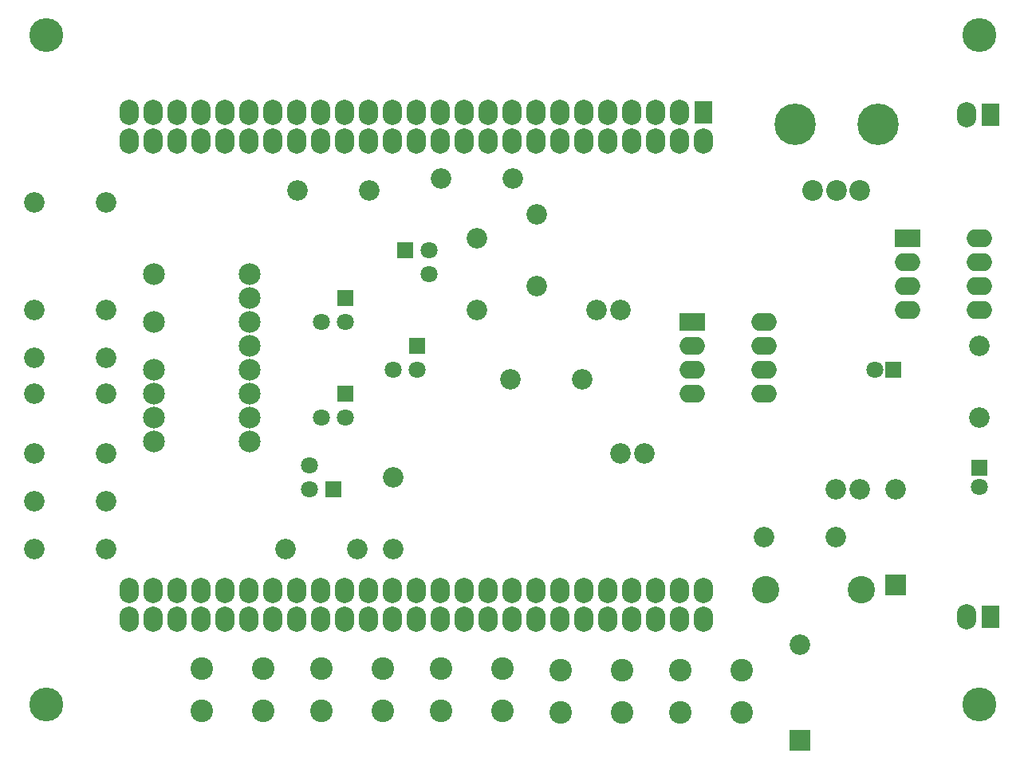
<source format=gbr>
G04 #@! TF.FileFunction,Soldermask,Bot*
%FSLAX46Y46*%
G04 Gerber Fmt 4.6, Leading zero omitted, Abs format (unit mm)*
G04 Created by KiCad (PCBNEW 4.0.7) date 07/04/18 13:56:47*
%MOMM*%
%LPD*%
G01*
G04 APERTURE LIST*
%ADD10C,0.100000*%
%ADD11C,2.899360*%
%ADD12R,2.686000X1.924000*%
%ADD13O,2.686000X1.924000*%
%ADD14C,2.178000*%
%ADD15R,1.924000X2.432000*%
%ADD16O,2.051000X2.686000*%
%ADD17C,1.797000*%
%ADD18R,1.797000X1.797000*%
%ADD19R,2.178000X2.178000*%
%ADD20C,2.200000*%
%ADD21C,4.400000*%
%ADD22C,2.400000*%
%ADD23C,2.305000*%
%ADD24C,3.600000*%
G04 APERTURE END LIST*
D10*
D11*
X180467000Y-130048000D03*
X170307000Y-130048000D03*
D12*
X162560000Y-101600000D03*
D13*
X162560000Y-104140000D03*
X162560000Y-106680000D03*
X162560000Y-109220000D03*
X170180000Y-109220000D03*
X170180000Y-106680000D03*
X170180000Y-104140000D03*
X170180000Y-101600000D03*
D14*
X150876000Y-107696000D03*
X143256000Y-107696000D03*
D15*
X194219900Y-132943600D03*
D16*
X191679900Y-132943600D03*
X191679900Y-79603600D03*
D15*
X194219900Y-79603600D03*
X163741100Y-79349600D03*
D16*
X161201100Y-79349600D03*
X158661100Y-79349600D03*
X156121100Y-79349600D03*
X153581100Y-79349600D03*
X151041100Y-79349600D03*
X148501100Y-79349600D03*
X145961100Y-79349600D03*
X143421100Y-79349600D03*
X140881100Y-79349600D03*
X138341100Y-79349600D03*
X135801100Y-79349600D03*
X133261100Y-79349600D03*
X130721100Y-79349600D03*
X128181100Y-79349600D03*
X125641100Y-79349600D03*
X123101100Y-79349600D03*
X120561100Y-79349600D03*
X118021100Y-79349600D03*
X115481100Y-79349600D03*
X112941100Y-79349600D03*
X110401100Y-79349600D03*
X107861100Y-79349600D03*
X105321100Y-79349600D03*
X102781100Y-79349600D03*
X163741100Y-82397600D03*
X161201100Y-82397600D03*
X158661100Y-82397600D03*
X156121100Y-82397600D03*
X153581100Y-82397600D03*
X151041100Y-82397600D03*
X148501100Y-82397600D03*
X145961100Y-82397600D03*
X143421100Y-82397600D03*
X140881100Y-82397600D03*
X138341100Y-82397600D03*
X135801100Y-82397600D03*
X133261100Y-82397600D03*
X130721100Y-82397600D03*
X128181100Y-82397600D03*
X125641100Y-82397600D03*
X123101100Y-82397600D03*
X120561100Y-82397600D03*
X118021100Y-82397600D03*
X115481100Y-82397600D03*
X112941100Y-82397600D03*
X110401100Y-82397600D03*
X107861100Y-82397600D03*
X105321100Y-82397600D03*
X102781100Y-82397600D03*
X163741100Y-130149600D03*
X161201100Y-130149600D03*
X158661100Y-130149600D03*
X156121100Y-130149600D03*
X153581100Y-130149600D03*
X151041100Y-130149600D03*
X148501100Y-130149600D03*
X145961100Y-130149600D03*
X143421100Y-130149600D03*
X140881100Y-130149600D03*
X138341100Y-130149600D03*
X135801100Y-130149600D03*
X133261100Y-130149600D03*
X130721100Y-130149600D03*
X128181100Y-130149600D03*
X125641100Y-130149600D03*
X123101100Y-130149600D03*
X120561100Y-130149600D03*
X118021100Y-130149600D03*
X115481100Y-130149600D03*
X112941100Y-130149600D03*
X110401100Y-130149600D03*
X107861100Y-130149600D03*
X105321100Y-130149600D03*
X102781100Y-130149600D03*
X163741100Y-133197600D03*
X161201100Y-133197600D03*
X158661100Y-133197600D03*
X156121100Y-133197600D03*
X153581100Y-133197600D03*
X151041100Y-133197600D03*
X148501100Y-133197600D03*
X145961100Y-133197600D03*
X143421100Y-133197600D03*
X140881100Y-133197600D03*
X138341100Y-133197600D03*
X135801100Y-133197600D03*
X133261100Y-133197600D03*
X130721100Y-133197600D03*
X128181100Y-133197600D03*
X125641100Y-133197600D03*
X123101100Y-133197600D03*
X120561100Y-133197600D03*
X118021100Y-133197600D03*
X115481100Y-133197600D03*
X112941100Y-133197600D03*
X110401100Y-133197600D03*
X107861100Y-133197600D03*
X105321100Y-133197600D03*
X102781100Y-133197600D03*
D14*
X180340000Y-119380000D03*
X177800000Y-119380000D03*
D17*
X193040000Y-119110000D03*
D18*
X193040000Y-117110000D03*
D14*
X154940000Y-115570000D03*
X157480000Y-115570000D03*
D17*
X181880000Y-106680000D03*
D18*
X183880000Y-106680000D03*
D14*
X154940000Y-100330000D03*
X152400000Y-100330000D03*
D19*
X184150000Y-129540000D03*
D14*
X184150000Y-119380000D03*
D19*
X173990000Y-146050000D03*
D14*
X173990000Y-135890000D03*
D20*
X175340000Y-87630000D03*
X177840000Y-87630000D03*
X180340000Y-87630000D03*
D21*
X173440000Y-80630000D03*
X182240000Y-80630000D03*
D18*
X132080000Y-93980000D03*
D17*
X134620000Y-93980000D03*
X134620000Y-96520000D03*
D18*
X125730000Y-99060000D03*
D17*
X125730000Y-101600000D03*
X123190000Y-101600000D03*
D18*
X133350000Y-104140000D03*
D17*
X133350000Y-106680000D03*
X130810000Y-106680000D03*
D18*
X125730000Y-109220000D03*
D17*
X125730000Y-111760000D03*
X123190000Y-111760000D03*
D18*
X124460000Y-119380000D03*
D17*
X121920000Y-119380000D03*
X121920000Y-116840000D03*
D14*
X170180000Y-124460000D03*
X177800000Y-124460000D03*
X146050000Y-97790000D03*
X146050000Y-90170000D03*
X128270000Y-87630000D03*
X120650000Y-87630000D03*
X139700000Y-100330000D03*
X139700000Y-92710000D03*
X143510000Y-86360000D03*
X135890000Y-86360000D03*
X130810000Y-118110000D03*
X130810000Y-125730000D03*
X92710000Y-109220000D03*
X100330000Y-109220000D03*
X92710000Y-120650000D03*
X100330000Y-120650000D03*
X92710000Y-105410000D03*
X100330000Y-105410000D03*
X92710000Y-125730000D03*
X100330000Y-125730000D03*
X92710000Y-88900000D03*
X100330000Y-88900000D03*
X92710000Y-100330000D03*
X100330000Y-100330000D03*
X92710000Y-115570000D03*
X100330000Y-115570000D03*
X127000000Y-125730000D03*
X119380000Y-125730000D03*
X193040000Y-104140000D03*
X193040000Y-111760000D03*
D22*
X110490000Y-142930000D03*
X110490000Y-138430000D03*
X116990000Y-142930000D03*
X116990000Y-138430000D03*
X123190000Y-142930000D03*
X123190000Y-138430000D03*
X129690000Y-142930000D03*
X129690000Y-138430000D03*
X135890000Y-142930000D03*
X135890000Y-138430000D03*
X142390000Y-142930000D03*
X142390000Y-138430000D03*
X148590000Y-143057000D03*
X148590000Y-138557000D03*
X155090000Y-143057000D03*
X155090000Y-138557000D03*
X161290000Y-143057000D03*
X161290000Y-138557000D03*
X167790000Y-143057000D03*
X167790000Y-138557000D03*
D12*
X185420000Y-92710000D03*
D13*
X185420000Y-95250000D03*
X185420000Y-97790000D03*
X185420000Y-100330000D03*
X193040000Y-100330000D03*
X193040000Y-97790000D03*
X193040000Y-95250000D03*
X193040000Y-92710000D03*
D23*
X115570000Y-111760000D03*
X115570000Y-109220000D03*
X115570000Y-106680000D03*
X115570000Y-104140000D03*
X115570000Y-101600000D03*
X115570000Y-99060000D03*
X115570000Y-96520000D03*
X115570000Y-114300000D03*
X105410000Y-96520000D03*
X105410000Y-101600000D03*
X105410000Y-106680000D03*
X105410000Y-109220000D03*
X105410000Y-111760000D03*
X105410000Y-114300000D03*
D24*
X93980000Y-71120000D03*
X93980000Y-142240000D03*
X193040000Y-142240000D03*
X193040000Y-71120000D03*
M02*

</source>
